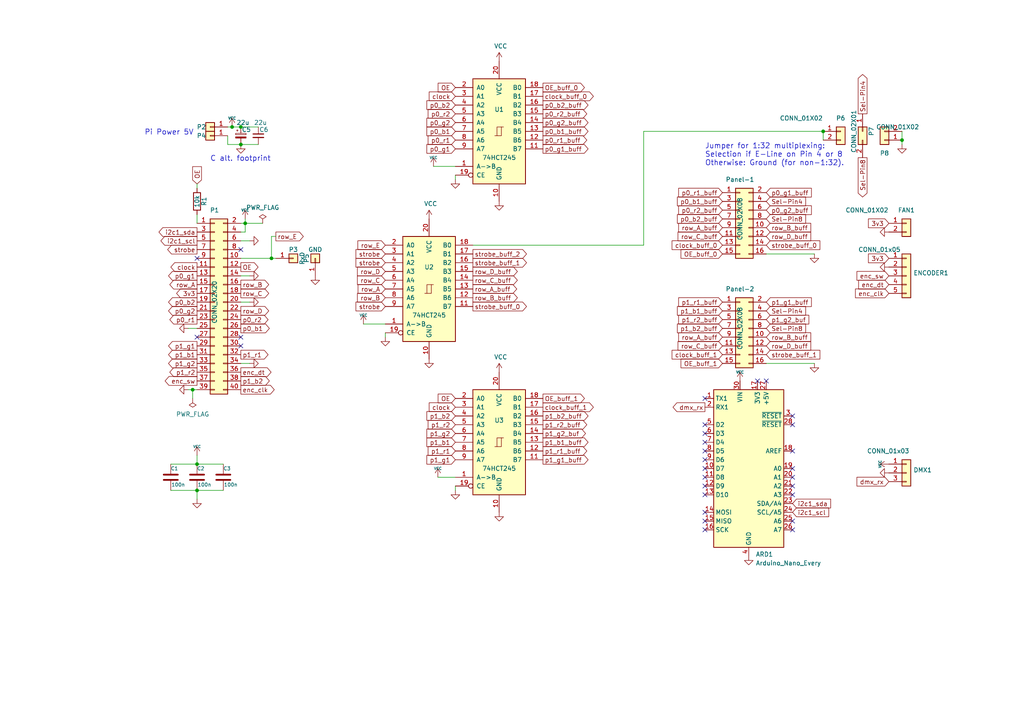
<source format=kicad_sch>
(kicad_sch (version 20211123) (generator eeschema)
  (paper "A4")
  (lib_symbols
    (symbol "74xx:74HC245" (pin_names (offset 1.016))
      (property "Reference" "U" (at -7.62 16.51 0))
      (property "Value" "74HC245" (at -7.62 -16.51 0))
      (symbol "74HC245_1_0"
        (polyline (pts (xy -0.635 -1.27) (xy -0.635 1.27) (xy 0.635 1.27)))
        (polyline (pts (xy -1.27 -1.27) (xy 0.635 -1.27) (xy 0.635 1.27) (xy 1.27 1.27)))
        (pin input line (at -12.7 -10.16 0) (length 5.08) (name "A->B") (number "1"))
        (pin power_in line (at 0 -20.32 90) (length 5.08) (name "GND") (number "10"))
        (pin tri_state line (at 12.7 -5.08 180) (length 5.08) (name "B7") (number "11"))
        (pin tri_state line (at 12.7 -2.54 180) (length 5.08) (name "B6") (number "12"))
        (pin tri_state line (at 12.7 0 180) (length 5.08) (name "B5") (number "13"))
        (pin tri_state line (at 12.7 2.54 180) (length 5.08) (name "B4") (number "14"))
        (pin tri_state line (at 12.7 5.08 180) (length 5.08) (name "B3") (number "15"))
        (pin tri_state line (at 12.7 7.62 180) (length 5.08) (name "B2") (number "16"))
        (pin tri_state line (at 12.7 10.16 180) (length 5.08) (name "B1") (number "17"))
        (pin tri_state line (at 12.7 12.7 180) (length 5.08) (name "B0") (number "18"))
        (pin input inverted (at -12.7 -12.7 0) (length 5.08) (name "CE") (number "19"))
        (pin tri_state line (at -12.7 12.7 0) (length 5.08) (name "A0") (number "2"))
        (pin power_in line (at 0 20.32 270) (length 5.08) (name "VCC") (number "20"))
        (pin tri_state line (at -12.7 10.16 0) (length 5.08) (name "A1") (number "3"))
        (pin tri_state line (at -12.7 7.62 0) (length 5.08) (name "A2") (number "4"))
        (pin tri_state line (at -12.7 5.08 0) (length 5.08) (name "A3") (number "5"))
        (pin tri_state line (at -12.7 2.54 0) (length 5.08) (name "A4") (number "6"))
        (pin tri_state line (at -12.7 0 0) (length 5.08) (name "A5") (number "7"))
        (pin tri_state line (at -12.7 -2.54 0) (length 5.08) (name "A6") (number "8"))
        (pin tri_state line (at -12.7 -5.08 0) (length 5.08) (name "A7") (number "9"))
      )
      (symbol "74HC245_1_1"
        (rectangle (start -7.62 15.24) (end 7.62 -15.24) (stroke (width 0.254)) (fill (type background)))
      )
    )
    (symbol "Connector_Generic:Conn_01x01" (pin_names (offset 1.016) hide)
      (property "Reference" "J" (at 0 2.54 0))
      (property "Value" "Conn_01x01" (at 0 -2.54 0))
      (symbol "Conn_01x01_1_1"
        (rectangle (start -1.27 0.127) (end 0 -0.127) (stroke (width 0.1524)))
        (rectangle (start -1.27 1.27) (end 1.27 -1.27) (stroke (width 0.254)) (fill (type background)))
        (pin passive line (at -5.08 0 0) (length 3.81) (name "Pin_1") (number "1"))
      )
    )
    (symbol "Connector_Generic:Conn_01x02" (pin_names (offset 1.016) hide)
      (property "Reference" "J" (at 0 2.54 0))
      (property "Value" "Conn_01x02" (at 0 -5.08 0))
      (symbol "Conn_01x02_1_1"
        (rectangle (start -1.27 -2.413) (end 0 -2.667) (stroke (width 0.1524)))
        (rectangle (start -1.27 0.127) (end 0 -0.127) (stroke (width 0.1524)))
        (rectangle (start -1.27 1.27) (end 1.27 -3.81) (stroke (width 0.254)) (fill (type background)))
        (pin passive line (at -5.08 0 0) (length 3.81) (name "Pin_1") (number "1"))
        (pin passive line (at -5.08 -2.54 0) (length 3.81) (name "Pin_2") (number "2"))
      )
    )
    (symbol "Connector_Generic:Conn_01x03" (pin_names (offset 1.016) hide)
      (property "Reference" "J" (at 0 5.08 0))
      (property "Value" "Conn_01x03" (at 0 -5.08 0))
      (symbol "Conn_01x03_1_1"
        (rectangle (start -1.27 -2.413) (end 0 -2.667) (stroke (width 0.1524)))
        (rectangle (start -1.27 0.127) (end 0 -0.127) (stroke (width 0.1524)))
        (rectangle (start -1.27 2.667) (end 0 2.413) (stroke (width 0.1524)))
        (rectangle (start -1.27 3.81) (end 1.27 -3.81) (stroke (width 0.254)) (fill (type background)))
        (pin passive line (at -5.08 2.54 0) (length 3.81) (name "Pin_1") (number "1"))
        (pin passive line (at -5.08 0 0) (length 3.81) (name "Pin_2") (number "2"))
        (pin passive line (at -5.08 -2.54 0) (length 3.81) (name "Pin_3") (number "3"))
      )
    )
    (symbol "Connector_Generic:Conn_01x05" (pin_names (offset 1.016) hide)
      (property "Reference" "J" (at 0 7.62 0))
      (property "Value" "Conn_01x05" (at 0 -7.62 0))
      (symbol "Conn_01x05_1_1"
        (rectangle (start -1.27 -4.953) (end 0 -5.207) (stroke (width 0.1524)))
        (rectangle (start -1.27 -2.413) (end 0 -2.667) (stroke (width 0.1524)))
        (rectangle (start -1.27 0.127) (end 0 -0.127) (stroke (width 0.1524)))
        (rectangle (start -1.27 2.667) (end 0 2.413) (stroke (width 0.1524)))
        (rectangle (start -1.27 5.207) (end 0 4.953) (stroke (width 0.1524)))
        (rectangle (start -1.27 6.35) (end 1.27 -6.35) (stroke (width 0.254)) (fill (type background)))
        (pin passive line (at -5.08 5.08 0) (length 3.81) (name "Pin_1") (number "1"))
        (pin passive line (at -5.08 2.54 0) (length 3.81) (name "Pin_2") (number "2"))
        (pin passive line (at -5.08 0 0) (length 3.81) (name "Pin_3") (number "3"))
        (pin passive line (at -5.08 -2.54 0) (length 3.81) (name "Pin_4") (number "4"))
        (pin passive line (at -5.08 -5.08 0) (length 3.81) (name "Pin_5") (number "5"))
      )
    )
    (symbol "Connector_Generic:Conn_02x01" (pin_names (offset 1.016) hide)
      (property "Reference" "J" (at 1.27 2.54 0))
      (property "Value" "Conn_02x01" (at 1.27 -2.54 0))
      (symbol "Conn_02x01_1_1"
        (rectangle (start -1.27 0.127) (end 0 -0.127) (stroke (width 0.1524)))
        (rectangle (start -1.27 1.27) (end 3.81 -1.27) (stroke (width 0.254)) (fill (type background)))
        (rectangle (start 3.81 0.127) (end 2.54 -0.127) (stroke (width 0.1524)))
        (pin passive line (at -5.08 0 0) (length 3.81) (name "Pin_1") (number "1"))
        (pin passive line (at 7.62 0 180) (length 3.81) (name "Pin_2") (number "2"))
      )
    )
    (symbol "Connector_Generic:Conn_02x08_Odd_Even" (pin_names (offset 1.016) hide)
      (property "Reference" "J" (at 1.27 10.16 0))
      (property "Value" "Conn_02x08_Odd_Even" (at 1.27 -12.7 0))
      (symbol "Conn_02x08_Odd_Even_1_1"
        (rectangle (start -1.27 -10.033) (end 0 -10.287) (stroke (width 0.1524)))
        (rectangle (start -1.27 -7.493) (end 0 -7.747) (stroke (width 0.1524)))
        (rectangle (start -1.27 -4.953) (end 0 -5.207) (stroke (width 0.1524)))
        (rectangle (start -1.27 -2.413) (end 0 -2.667) (stroke (width 0.1524)))
        (rectangle (start -1.27 0.127) (end 0 -0.127) (stroke (width 0.1524)))
        (rectangle (start -1.27 2.667) (end 0 2.413) (stroke (width 0.1524)))
        (rectangle (start -1.27 5.207) (end 0 4.953) (stroke (width 0.1524)))
        (rectangle (start -1.27 7.747) (end 0 7.493) (stroke (width 0.1524)))
        (rectangle (start -1.27 8.89) (end 3.81 -11.43) (stroke (width 0.254)) (fill (type background)))
        (rectangle (start 3.81 -10.033) (end 2.54 -10.287) (stroke (width 0.1524)))
        (rectangle (start 3.81 -7.493) (end 2.54 -7.747) (stroke (width 0.1524)))
        (rectangle (start 3.81 -4.953) (end 2.54 -5.207) (stroke (width 0.1524)))
        (rectangle (start 3.81 -2.413) (end 2.54 -2.667) (stroke (width 0.1524)))
        (rectangle (start 3.81 0.127) (end 2.54 -0.127) (stroke (width 0.1524)))
        (rectangle (start 3.81 2.667) (end 2.54 2.413) (stroke (width 0.1524)))
        (rectangle (start 3.81 5.207) (end 2.54 4.953) (stroke (width 0.1524)))
        (rectangle (start 3.81 7.747) (end 2.54 7.493) (stroke (width 0.1524)))
        (pin passive line (at -5.08 7.62 0) (length 3.81) (name "Pin_1") (number "1"))
        (pin passive line (at 7.62 -2.54 180) (length 3.81) (name "Pin_10") (number "10"))
        (pin passive line (at -5.08 -5.08 0) (length 3.81) (name "Pin_11") (number "11"))
        (pin passive line (at 7.62 -5.08 180) (length 3.81) (name "Pin_12") (number "12"))
        (pin passive line (at -5.08 -7.62 0) (length 3.81) (name "Pin_13") (number "13"))
        (pin passive line (at 7.62 -7.62 180) (length 3.81) (name "Pin_14") (number "14"))
        (pin passive line (at -5.08 -10.16 0) (length 3.81) (name "Pin_15") (number "15"))
        (pin passive line (at 7.62 -10.16 180) (length 3.81) (name "Pin_16") (number "16"))
        (pin passive line (at 7.62 7.62 180) (length 3.81) (name "Pin_2") (number "2"))
        (pin passive line (at -5.08 5.08 0) (length 3.81) (name "Pin_3") (number "3"))
        (pin passive line (at 7.62 5.08 180) (length 3.81) (name "Pin_4") (number "4"))
        (pin passive line (at -5.08 2.54 0) (length 3.81) (name "Pin_5") (number "5"))
        (pin passive line (at 7.62 2.54 180) (length 3.81) (name "Pin_6") (number "6"))
        (pin passive line (at -5.08 0 0) (length 3.81) (name "Pin_7") (number "7"))
        (pin passive line (at 7.62 0 180) (length 3.81) (name "Pin_8") (number "8"))
        (pin passive line (at -5.08 -2.54 0) (length 3.81) (name "Pin_9") (number "9"))
      )
    )
    (symbol "Connector_Generic:Conn_02x20_Odd_Even" (pin_names (offset 1.016) hide)
      (property "Reference" "J" (at 1.27 25.4 0))
      (property "Value" "Conn_02x20_Odd_Even" (at 1.27 -27.94 0))
      (symbol "Conn_02x20_Odd_Even_1_1"
        (rectangle (start -1.27 -25.273) (end 0 -25.527) (stroke (width 0.1524)))
        (rectangle (start -1.27 -22.733) (end 0 -22.987) (stroke (width 0.1524)))
        (rectangle (start -1.27 -20.193) (end 0 -20.447) (stroke (width 0.1524)))
        (rectangle (start -1.27 -17.653) (end 0 -17.907) (stroke (width 0.1524)))
        (rectangle (start -1.27 -15.113) (end 0 -15.367) (stroke (width 0.1524)))
        (rectangle (start -1.27 -12.573) (end 0 -12.827) (stroke (width 0.1524)))
        (rectangle (start -1.27 -10.033) (end 0 -10.287) (stroke (width 0.1524)))
        (rectangle (start -1.27 -7.493) (end 0 -7.747) (stroke (width 0.1524)))
        (rectangle (start -1.27 -4.953) (end 0 -5.207) (stroke (width 0.1524)))
        (rectangle (start -1.27 -2.413) (end 0 -2.667) (stroke (width 0.1524)))
        (rectangle (start -1.27 0.127) (end 0 -0.127) (stroke (width 0.1524)))
        (rectangle (start -1.27 2.667) (end 0 2.413) (stroke (width 0.1524)))
        (rectangle (start -1.27 5.207) (end 0 4.953) (stroke (width 0.1524)))
        (rectangle (start -1.27 7.747) (end 0 7.493) (stroke (width 0.1524)))
        (rectangle (start -1.27 10.287) (end 0 10.033) (stroke (width 0.1524)))
        (rectangle (start -1.27 12.827) (end 0 12.573) (stroke (width 0.1524)))
        (rectangle (start -1.27 15.367) (end 0 15.113) (stroke (width 0.1524)))
        (rectangle (start -1.27 17.907) (end 0 17.653) (stroke (width 0.1524)))
        (rectangle (start -1.27 20.447) (end 0 20.193) (stroke (width 0.1524)))
        (rectangle (start -1.27 22.987) (end 0 22.733) (stroke (width 0.1524)))
        (rectangle (start -1.27 24.13) (end 3.81 -26.67) (stroke (width 0.254)) (fill (type background)))
        (rectangle (start 3.81 -25.273) (end 2.54 -25.527) (stroke (width 0.1524)))
        (rectangle (start 3.81 -22.733) (end 2.54 -22.987) (stroke (width 0.1524)))
        (rectangle (start 3.81 -20.193) (end 2.54 -20.447) (stroke (width 0.1524)))
        (rectangle (start 3.81 -17.653) (end 2.54 -17.907) (stroke (width 0.1524)))
        (rectangle (start 3.81 -15.113) (end 2.54 -15.367) (stroke (width 0.1524)))
        (rectangle (start 3.81 -12.573) (end 2.54 -12.827) (stroke (width 0.1524)))
        (rectangle (start 3.81 -10.033) (end 2.54 -10.287) (stroke (width 0.1524)))
        (rectangle (start 3.81 -7.493) (end 2.54 -7.747) (stroke (width 0.1524)))
        (rectangle (start 3.81 -4.953) (end 2.54 -5.207) (stroke (width 0.1524)))
        (rectangle (start 3.81 -2.413) (end 2.54 -2.667) (stroke (width 0.1524)))
        (rectangle (start 3.81 0.127) (end 2.54 -0.127) (stroke (width 0.1524)))
        (rectangle (start 3.81 2.667) (end 2.54 2.413) (stroke (width 0.1524)))
        (rectangle (start 3.81 5.207) (end 2.54 4.953) (stroke (width 0.1524)))
        (rectangle (start 3.81 7.747) (end 2.54 7.493) (stroke (width 0.1524)))
        (rectangle (start 3.81 10.287) (end 2.54 10.033) (stroke (width 0.1524)))
        (rectangle (start 3.81 12.827) (end 2.54 12.573) (stroke (width 0.1524)))
        (rectangle (start 3.81 15.367) (end 2.54 15.113) (stroke (width 0.1524)))
        (rectangle (start 3.81 17.907) (end 2.54 17.653) (stroke (width 0.1524)))
        (rectangle (start 3.81 20.447) (end 2.54 20.193) (stroke (width 0.1524)))
        (rectangle (start 3.81 22.987) (end 2.54 22.733) (stroke (width 0.1524)))
        (pin passive line (at -5.08 22.86 0) (length 3.81) (name "Pin_1") (number "1"))
        (pin passive line (at 7.62 12.7 180) (length 3.81) (name "Pin_10") (number "10"))
        (pin passive line (at -5.08 10.16 0) (length 3.81) (name "Pin_11") (number "11"))
        (pin passive line (at 7.62 10.16 180) (length 3.81) (name "Pin_12") (number "12"))
        (pin passive line (at -5.08 7.62 0) (length 3.81) (name "Pin_13") (number "13"))
        (pin passive line (at 7.62 7.62 180) (length 3.81) (name "Pin_14") (number "14"))
        (pin passive line (at -5.08 5.08 0) (length 3.81) (name "Pin_15") (number "15"))
        (pin passive line (at 7.62 5.08 180) (length 3.81) (name "Pin_16") (number "16"))
        (pin passive line (at -5.08 2.54 0) (length 3.81) (name "Pin_17") (number "17"))
        (pin passive line (at 7.62 2.54 180) (length 3.81) (name "Pin_18") (number "18"))
        (pin passive line (at -5.08 0 0) (length 3.81) (name "Pin_19") (number "19"))
        (pin passive line (at 7.62 22.86 180) (length 3.81) (name "Pin_2") (number "2"))
        (pin passive line (at 7.62 0 180) (length 3.81) (name "Pin_20") (number "20"))
        (pin passive line (at -5.08 -2.54 0) (length 3.81) (name "Pin_21") (number "21"))
        (pin passive line (at 7.62 -2.54 180) (length 3.81) (name "Pin_22") (number "22"))
        (pin passive line (at -5.08 -5.08 0) (length 3.81) (name "Pin_23") (number "23"))
        (pin passive line (at 7.62 -5.08 180) (length 3.81) (name "Pin_24") (number "24"))
        (pin passive line (at -5.08 -7.62 0) (length 3.81) (name "Pin_25") (number "25"))
        (pin passive line (at 7.62 -7.62 180) (length 3.81) (name "Pin_26") (number "26"))
        (pin passive line (at -5.08 -10.16 0) (length 3.81) (name "Pin_27") (number "27"))
        (pin passive line (at 7.62 -10.16 180) (length 3.81) (name "Pin_28") (number "28"))
        (pin passive line (at -5.08 -12.7 0) (length 3.81) (name "Pin_29") (number "29"))
        (pin passive line (at -5.08 20.32 0) (length 3.81) (name "Pin_3") (number "3"))
        (pin passive line (at 7.62 -12.7 180) (length 3.81) (name "Pin_30") (number "30"))
        (pin passive line (at -5.08 -15.24 0) (length 3.81) (name "Pin_31") (number "31"))
        (pin passive line (at 7.62 -15.24 180) (length 3.81) (name "Pin_32") (number "32"))
        (pin passive line (at -5.08 -17.78 0) (length 3.81) (name "Pin_33") (number "33"))
        (pin passive line (at 7.62 -17.78 180) (length 3.81) (name "Pin_34") (number "34"))
        (pin passive line (at -5.08 -20.32 0) (length 3.81) (name "Pin_35") (number "35"))
        (pin passive line (at 7.62 -20.32 180) (length 3.81) (name "Pin_36") (number "36"))
        (pin passive line (at -5.08 -22.86 0) (length 3.81) (name "Pin_37") (number "37"))
        (pin passive line (at 7.62 -22.86 180) (length 3.81) (name "Pin_38") (number "38"))
        (pin passive line (at -5.08 -25.4 0) (length 3.81) (name "Pin_39") (number "39"))
        (pin passive line (at 7.62 20.32 180) (length 3.81) (name "Pin_4") (number "4"))
        (pin passive line (at 7.62 -25.4 180) (length 3.81) (name "Pin_40") (number "40"))
        (pin passive line (at -5.08 17.78 0) (length 3.81) (name "Pin_5") (number "5"))
        (pin passive line (at 7.62 17.78 180) (length 3.81) (name "Pin_6") (number "6"))
        (pin passive line (at -5.08 15.24 0) (length 3.81) (name "Pin_7") (number "7"))
        (pin passive line (at 7.62 15.24 180) (length 3.81) (name "Pin_8") (number "8"))
        (pin passive line (at -5.08 12.7 0) (length 3.81) (name "Pin_9") (number "9"))
      )
    )
    (symbol "Device:C" (pin_numbers hide) (pin_names (offset 0.254))
      (property "Reference" "C" (at 0.635 2.54 0))
      (property "Value" "C" (at 0.635 -2.54 0))
      (symbol "C_0_1"
        (polyline (pts (xy -2.032 -0.762) (xy 2.032 -0.762)) (stroke (width 0.508)))
        (polyline (pts (xy -2.032 0.762) (xy 2.032 0.762)) (stroke (width 0.508)))
      )
      (symbol "C_1_1"
        (pin passive line (at 0 3.81 270) (length 2.794) (name "~") (number "1"))
        (pin passive line (at 0 -3.81 90) (length 2.794) (name "~") (number "2"))
      )
    )
    (symbol "Device:C_Small" (pin_numbers hide) (pin_names (offset 0.254) hide)
      (property "Reference" "C" (at 0.254 1.778 0))
      (property "Value" "C_Small" (at 0.254 -2.032 0))
      (symbol "C_Small_0_1"
        (polyline (pts (xy -1.524 -0.508) (xy 1.524 -0.508)) (stroke (width 0.3302)))
        (polyline (pts (xy -1.524 0.508) (xy 1.524 0.508)) (stroke (width 0.3048)))
      )
      (symbol "C_Small_1_1"
        (pin passive line (at 0 2.54 270) (length 2.032) (name "~") (number "1"))
        (pin passive line (at 0 -2.54 90) (length 2.032) (name "~") (number "2"))
      )
    )
    (symbol "Device:R" (pin_numbers hide) (pin_names (offset 0))
      (property "Reference" "R" (at 2.032 0 90))
      (property "Value" "R" (at 0 0 90))
      (symbol "R_0_1"
        (rectangle (start -1.016 -2.54) (end 1.016 2.54) (stroke (width 0.254)))
      )
      (symbol "R_1_1"
        (pin passive line (at 0 3.81 270) (length 1.27) (name "~") (number "1"))
        (pin passive line (at 0 -3.81 90) (length 1.27) (name "~") (number "2"))
      )
    )
    (symbol "MCU_Module:Arduino_Nano_Every"
      (property "Reference" "A" (at -10.16 23.495 0))
      (property "Value" "Arduino_Nano_Every" (at 5.08 -24.13 0))
      (symbol "Arduino_Nano_Every_0_1"
        (rectangle (start -10.16 22.86) (end 10.16 -22.86) (stroke (width 0.254)) (fill (type background)))
      )
      (symbol "Arduino_Nano_Every_1_1"
        (pin bidirectional line (at -12.7 20.32 0) (length 2.54) (name "TX1") (number "1"))
        (pin bidirectional line (at -12.7 0 0) (length 2.54) (name "D7") (number "10"))
        (pin bidirectional line (at -12.7 -2.54 0) (length 2.54) (name "D8") (number "11"))
        (pin bidirectional line (at -12.7 -5.08 0) (length 2.54) (name "D9") (number "12"))
        (pin bidirectional line (at -12.7 -7.62 0) (length 2.54) (name "D10") (number "13"))
        (pin bidirectional line (at -12.7 -12.7 0) (length 2.54) (name "MOSI") (number "14"))
        (pin bidirectional line (at -12.7 -15.24 0) (length 2.54) (name "MISO") (number "15"))
        (pin bidirectional line (at -12.7 -17.78 0) (length 2.54) (name "SCK") (number "16"))
        (pin power_out line (at 2.54 25.4 270) (length 2.54) (name "3V3") (number "17"))
        (pin input line (at 12.7 5.08 180) (length 2.54) (name "AREF") (number "18"))
        (pin bidirectional line (at 12.7 0 180) (length 2.54) (name "A0") (number "19"))
        (pin bidirectional line (at -12.7 17.78 0) (length 2.54) (name "RX1") (number "2"))
        (pin bidirectional line (at 12.7 -2.54 180) (length 2.54) (name "A1") (number "20"))
        (pin bidirectional line (at 12.7 -5.08 180) (length 2.54) (name "A2") (number "21"))
        (pin bidirectional line (at 12.7 -7.62 180) (length 2.54) (name "A3") (number "22"))
        (pin bidirectional line (at 12.7 -10.16 180) (length 2.54) (name "SDA/A4") (number "23"))
        (pin bidirectional line (at 12.7 -12.7 180) (length 2.54) (name "SCL/A5") (number "24"))
        (pin bidirectional line (at 12.7 -15.24 180) (length 2.54) (name "A6") (number "25"))
        (pin bidirectional line (at 12.7 -17.78 180) (length 2.54) (name "A7") (number "26"))
        (pin power_out line (at 5.08 25.4 270) (length 2.54) (name "+5V") (number "27"))
        (pin input line (at 12.7 12.7 180) (length 2.54) (name "~{RESET}") (number "28"))
        (pin passive line (at 0 -25.4 90) (length 2.54) hide (name "GND") (number "29"))
        (pin input line (at 12.7 15.24 180) (length 2.54) (name "~{RESET}") (number "3"))
        (pin power_in line (at -2.54 25.4 270) (length 2.54) (name "VIN") (number "30"))
        (pin power_in line (at 0 -25.4 90) (length 2.54) (name "GND") (number "4"))
        (pin bidirectional line (at -12.7 12.7 0) (length 2.54) (name "D2") (number "5"))
        (pin bidirectional line (at -12.7 10.16 0) (length 2.54) (name "D3") (number "6"))
        (pin bidirectional line (at -12.7 7.62 0) (length 2.54) (name "D4") (number "7"))
        (pin bidirectional line (at -12.7 5.08 0) (length 2.54) (name "D5") (number "8"))
        (pin bidirectional line (at -12.7 2.54 0) (length 2.54) (name "D6") (number "9"))
      )
    )
    (symbol "active3-rpi-hub75-adapter-rescue:CP_Small-Device" (pin_numbers hide) (pin_names (offset 0.254) hide)
      (property "Reference" "C" (at 0.254 1.778 0))
      (property "Value" "CP_Small-Device" (at 0.254 -2.032 0))
      (symbol "CP_Small-Device_0_1"
        (rectangle (start -1.524 -0.3048) (end 1.524 -0.6858) (fill (type outline)))
        (rectangle (start -1.524 0.6858) (end 1.524 0.3048))
        (polyline (pts (xy -1.27 1.524) (xy -0.762 1.524)))
        (polyline (pts (xy -1.016 1.27) (xy -1.016 1.778)))
      )
      (symbol "CP_Small-Device_1_1"
        (pin passive line (at 0 2.54 270) (length 1.8542) (name "~") (number "1"))
        (pin passive line (at 0 -2.54 90) (length 1.8542) (name "~") (number "2"))
      )
    )
    (symbol "power:GND" (power) (pin_names (offset 0))
      (property "Value" "GND" (at 0 -3.81 0))
      (symbol "GND_0_1"
        (polyline (pts (xy 0 0) (xy 0 -1.27) (xy 1.27 -1.27) (xy 0 -2.54) (xy -1.27 -1.27) (xy 0 -1.27)))
      )
      (symbol "GND_1_1"
        (pin power_in line (at 0 0 270) (length 0) hide (name "GND") (number "1"))
      )
    )
    (symbol "power:PWR_FLAG" (power) (pin_numbers hide) (pin_names (offset 0) hide)
      (property "Value" "PWR_FLAG" (at 0 3.81 0))
      (symbol "PWR_FLAG_0_0"
        (pin power_out line (at 0 0 90) (length 0) (name "pwr") (number "1"))
      )
      (symbol "PWR_FLAG_0_1"
        (polyline (pts (xy 0 0) (xy 0 1.27) (xy -1.016 1.905) (xy 0 2.54) (xy 1.016 1.905) (xy 0 1.27)))
      )
    )
    (symbol "power:VCC" (power) (pin_names (offset 0))
      (property "Value" "VCC" (at 0 3.81 0))
      (symbol "VCC_0_1"
        (polyline (pts (xy -0.762 1.27) (xy 0 2.54)))
        (polyline (pts (xy 0 0) (xy 0 2.54)))
        (polyline (pts (xy 0 2.54) (xy 0.762 1.27)))
      )
      (symbol "VCC_1_1"
        (pin power_in line (at 0 0 90) (length 0) hide (name "VCC") (number "1"))
      )
    )
  )
  (junction (at 238.76 38.1))
  (junction (at 57.15 134.62))
  (junction (at 55.88 113.03))
  (junction (at 69.85 41.91))
  (junction (at 57.15 142.24))
  (junction (at 71.12 64.77))
  (junction (at 261.62 40.64))
  (junction (at 67.31 36.83))
  (junction (at 78.74 74.93))
  (junction (at 69.85 36.83))
  (no_connect (at 69.85 100.33))
  (no_connect (at 219.71 110.49))
  (no_connect (at 204.47 123.19))
  (no_connect (at 204.47 115.57))
  (no_connect (at 229.87 120.65))
  (no_connect (at 229.87 123.19))
  (no_connect (at 204.47 128.27))
  (no_connect (at 204.47 125.73))
  (no_connect (at 222.25 110.49))
  (no_connect (at 229.87 143.51))
  (no_connect (at 229.87 140.97))
  (no_connect (at 229.87 138.43))
  (no_connect (at 229.87 153.67))
  (no_connect (at 229.87 151.13))
  (no_connect (at 229.87 135.89))
  (no_connect (at 229.87 130.81))
  (no_connect (at 204.47 130.81))
  (no_connect (at 204.47 133.35))
  (no_connect (at 204.47 135.89))
  (no_connect (at 204.47 138.43))
  (no_connect (at 204.47 140.97))
  (no_connect (at 204.47 143.51))
  (no_connect (at 204.47 148.59))
  (no_connect (at 204.47 151.13))
  (no_connect (at 204.47 153.67))
  (no_connect (at 57.15 74.93))
  (no_connect (at 69.85 97.79))
  (no_connect (at 57.15 97.79))
  (no_connect (at 69.85 72.39))
  (wire (pts (xy 49.53 142.24) (xy 57.15 142.24)))
  (wire (pts (xy 80.01 68.58) (xy 78.74 68.58)))
  (wire (pts (xy 55.88 113.03) (xy 57.15 113.03)))
  (wire (pts (xy 69.85 69.85) (xy 72.39 69.85)))
  (wire (pts (xy 57.15 132.08) (xy 57.15 134.62)))
  (wire (pts (xy 238.76 38.1) (xy 238.76 40.64)))
  (wire (pts (xy 127 138.43) (xy 132.08 138.43)))
  (wire (pts (xy 57.15 134.62) (xy 64.77 134.62)))
  (wire (pts (xy 66.04 36.83) (xy 67.31 36.83)))
  (wire (pts (xy 78.74 74.93) (xy 80.01 74.93)))
  (wire (pts (xy 261.62 38.1) (xy 261.62 40.64)))
  (wire (pts (xy 186.69 38.1) (xy 238.76 38.1)))
  (wire (pts (xy 111.76 96.52) (xy 111.76 97.79)))
  (wire (pts (xy 69.85 105.41) (xy 72.39 105.41)))
  (wire (pts (xy 236.22 105.41) (xy 222.25 105.41)))
  (wire (pts (xy 71.12 64.77) (xy 71.12 67.31)))
  (wire (pts (xy 105.41 93.98) (xy 111.76 93.98)))
  (wire (pts (xy 71.12 67.31) (xy 69.85 67.31)))
  (wire (pts (xy 71.12 63.5) (xy 71.12 64.77)))
  (wire (pts (xy 66.04 41.91) (xy 69.85 41.91)))
  (wire (pts (xy 69.85 87.63) (xy 72.39 87.63)))
  (wire (pts (xy 132.08 48.26) (xy 125.73 48.26)))
  (wire (pts (xy 69.85 64.77) (xy 71.12 64.77)))
  (wire (pts (xy 69.85 74.93) (xy 78.74 74.93)))
  (wire (pts (xy 137.16 71.12) (xy 186.69 71.12)))
  (wire (pts (xy 132.08 50.8) (xy 132.08 52.07)))
  (wire (pts (xy 261.62 40.64) (xy 261.62 41.91)))
  (wire (pts (xy 49.53 134.62) (xy 57.15 134.62)))
  (wire (pts (xy 67.31 36.83) (xy 69.85 36.83)))
  (wire (pts (xy 236.22 73.66) (xy 222.25 73.66)))
  (wire (pts (xy 69.85 36.83) (xy 74.93 36.83)))
  (wire (pts (xy 57.15 54.61) (xy 57.15 53.34)))
  (wire (pts (xy 66.04 39.37) (xy 66.04 41.91)))
  (wire (pts (xy 78.74 68.58) (xy 78.74 74.93)))
  (wire (pts (xy 132.08 140.97) (xy 132.08 142.24)))
  (wire (pts (xy 54.61 113.03) (xy 55.88 113.03)))
  (wire (pts (xy 57.15 62.23) (xy 57.15 64.77)))
  (wire (pts (xy 57.15 142.24) (xy 64.77 142.24)))
  (wire (pts (xy 55.88 113.03) (xy 55.88 115.57)))
  (wire (pts (xy 69.85 80.01) (xy 72.39 80.01)))
  (wire (pts (xy 69.85 41.91) (xy 74.93 41.91)))
  (wire (pts (xy 57.15 142.24) (xy 57.15 144.78)))
  (wire (pts (xy 54.61 95.25) (xy 57.15 95.25)))
  (wire (pts (xy 71.12 64.77) (xy 76.2 64.77)))
  (wire (pts (xy 186.69 38.1) (xy 186.69 71.12)))
  (text "C alt. footprint" (at 60.96 46.99 0) (effects (font (size 1.524 1.524)) (justify left bottom)))
  (text "Pi Power 5V" (at 41.91 39.37 0) (effects (font (size 1.524 1.524)) (justify left bottom)))
  (text "Jumper for 1:32 multiplexing:\nSelection if E-Line on Pin 4 or 8\nOtherwise: Ground (for non-1:32)." (at 204.47 48.26 0) (effects (font (size 1.524 1.524)) (justify left bottom)))
  (global_label "p0_b2" (shape output) (at 57.15 87.63 180) (effects (font (size 1.2954 1.2954))) (property "Intersheet References" "${INTERSHEET_REFS}" (effects hide)))
  (global_label "p1_g2_buf" (shape output) (at 157.48 125.73 0) (effects (font (size 1.2954 1.2954))) (property "Intersheet References" "${INTERSHEET_REFS}" (effects hide)))
  (global_label "row_B" (shape input) (at 111.76 86.36 180) (effects (font (size 1.2954 1.2954))) (property "Intersheet References" "${INTERSHEET_REFS}" (effects hide)))
  (global_label "p0_b2" (shape input) (at 132.08 30.48 180) (effects (font (size 1.2954 1.2954))) (property "Intersheet References" "${INTERSHEET_REFS}" (effects hide)))
  (global_label "i2c1_sda" (shape output) (at 57.15 67.31 180) (effects (font (size 1.2954 1.2954))) (property "Intersheet References" "${INTERSHEET_REFS}" (effects hide)))
  (global_label "strobe_buff_1" (shape output) (at 137.16 76.2 0) (effects (font (size 1.2954 1.2954))) (property "Intersheet References" "${INTERSHEET_REFS}" (effects hide)))
  (global_label "strobe" (shape input) (at 111.76 73.66 180) (effects (font (size 1.2954 1.2954))) (property "Intersheet References" "${INTERSHEET_REFS}" (effects hide)))
  (global_label "row_D_buff" (shape input) (at 222.25 68.58 0) (effects (font (size 1.2954 1.2954))) (property "Intersheet References" "${INTERSHEET_REFS}" (effects hide)))
  (global_label "p0_b1" (shape input) (at 132.08 38.1 180) (effects (font (size 1.2954 1.2954))) (property "Intersheet References" "${INTERSHEET_REFS}" (effects hide)))
  (global_label "Sel-Pin8" (shape output) (at 250.19 45.72 270) (effects (font (size 1.2954 1.2954))) (property "Intersheet References" "${INTERSHEET_REFS}" (effects hide)))
  (global_label "row_C_buff" (shape output) (at 137.16 81.28 0) (effects (font (size 1.2954 1.2954))) (property "Intersheet References" "${INTERSHEET_REFS}" (effects hide)))
  (global_label "i2c1_scl" (shape input) (at 229.87 148.59 0) (effects (font (size 1.2954 1.2954))) (property "Intersheet References" "${INTERSHEET_REFS}" (effects hide)))
  (global_label "clock" (shape input) (at 132.08 118.11 180) (effects (font (size 1.2954 1.2954))) (property "Intersheet References" "${INTERSHEET_REFS}" (effects hide)))
  (global_label "3v3" (shape output) (at 57.15 85.09 180) (effects (font (size 1.2954 1.2954))) (property "Intersheet References" "${INTERSHEET_REFS}" (effects hide)))
  (global_label "Sel-Pin4" (shape input) (at 222.25 90.17 0) (effects (font (size 1.2954 1.2954))) (property "Intersheet References" "${INTERSHEET_REFS}" (effects hide)))
  (global_label "p1_b1_buff" (shape input) (at 209.55 90.17 180) (effects (font (size 1.2954 1.2954))) (property "Intersheet References" "${INTERSHEET_REFS}" (effects hide)))
  (global_label "row_D_buff" (shape input) (at 222.25 100.33 0) (effects (font (size 1.2954 1.2954))) (property "Intersheet References" "${INTERSHEET_REFS}" (effects hide)))
  (global_label "row_C" (shape input) (at 111.76 81.28 180) (effects (font (size 1.2954 1.2954))) (property "Intersheet References" "${INTERSHEET_REFS}" (effects hide)))
  (global_label "row_E" (shape output) (at 80.01 68.58 0) (effects (font (size 1.2954 1.2954))) (property "Intersheet References" "${INTERSHEET_REFS}" (effects hide)))
  (global_label "p0_b1" (shape output) (at 69.85 95.25 0) (effects (font (size 1.2954 1.2954))) (property "Intersheet References" "${INTERSHEET_REFS}" (effects hide)))
  (global_label "i2c1_scl" (shape output) (at 57.15 69.85 180) (effects (font (size 1.2954 1.2954))) (property "Intersheet References" "${INTERSHEET_REFS}" (effects hide)))
  (global_label "p1_b2" (shape input) (at 132.08 120.65 180) (effects (font (size 1.2954 1.2954))) (property "Intersheet References" "${INTERSHEET_REFS}" (effects hide)))
  (global_label "p1_b2_buff" (shape output) (at 157.48 120.65 0) (effects (font (size 1.2954 1.2954))) (property "Intersheet References" "${INTERSHEET_REFS}" (effects hide)))
  (global_label "3v3" (shape input) (at 257.81 74.93 180) (effects (font (size 1.2954 1.2954))) (property "Intersheet References" "${INTERSHEET_REFS}" (effects hide)))
  (global_label "Sel-Pin4" (shape output) (at 250.19 33.02 90) (effects (font (size 1.2954 1.2954))) (property "Intersheet References" "${INTERSHEET_REFS}" (effects hide)))
  (global_label "enc_clk" (shape input) (at 257.81 85.09 180) (effects (font (size 1.2954 1.2954))) (property "Intersheet References" "${INTERSHEET_REFS}" (effects hide)))
  (global_label "enc_clk" (shape output) (at 69.85 113.03 0) (effects (font (size 1.2954 1.2954))) (property "Intersheet References" "${INTERSHEET_REFS}" (effects hide)))
  (global_label "clock" (shape output) (at 57.15 77.47 180) (effects (font (size 1.2954 1.2954))) (property "Intersheet References" "${INTERSHEET_REFS}" (effects hide)))
  (global_label "enc_dt" (shape input) (at 257.81 82.55 180) (effects (font (size 1.2954 1.2954))) (property "Intersheet References" "${INTERSHEET_REFS}" (effects hide)))
  (global_label "p0_b2_buff" (shape output) (at 157.48 30.48 0) (effects (font (size 1.2954 1.2954))) (property "Intersheet References" "${INTERSHEET_REFS}" (effects hide)))
  (global_label "Sel-Pin8" (shape input) (at 222.25 63.5 0) (effects (font (size 1.2954 1.2954))) (property "Intersheet References" "${INTERSHEET_REFS}" (effects hide)))
  (global_label "p0_r2_buff" (shape input) (at 209.55 60.96 180) (effects (font (size 1.2954 1.2954))) (property "Intersheet References" "${INTERSHEET_REFS}" (effects hide)))
  (global_label "OE" (shape input) (at 132.08 115.57 180) (effects (font (size 1.2954 1.2954))) (property "Intersheet References" "${INTERSHEET_REFS}" (effects hide)))
  (global_label "OE_buff_0" (shape input) (at 209.55 73.66 180) (effects (font (size 1.2954 1.2954))) (property "Intersheet References" "${INTERSHEET_REFS}" (effects hide)))
  (global_label "row_B_buff" (shape output) (at 137.16 86.36 0) (effects (font (size 1.2954 1.2954))) (property "Intersheet References" "${INTERSHEET_REFS}" (effects hide)))
  (global_label "row_A_buff" (shape input) (at 209.55 66.04 180) (effects (font (size 1.2954 1.2954))) (property "Intersheet References" "${INTERSHEET_REFS}" (effects hide)))
  (global_label "strobe" (shape input) (at 111.76 76.2 180) (effects (font (size 1.2954 1.2954))) (property "Intersheet References" "${INTERSHEET_REFS}" (effects hide)))
  (global_label "row_C_buff" (shape input) (at 209.55 100.33 180) (effects (font (size 1.2954 1.2954))) (property "Intersheet References" "${INTERSHEET_REFS}" (effects hide)))
  (global_label "OE_buff_1" (shape output) (at 157.48 115.57 0) (effects (font (size 1.2954 1.2954))) (property "Intersheet References" "${INTERSHEET_REFS}" (effects hide)))
  (global_label "p0_g1_buff" (shape output) (at 157.48 43.18 0) (effects (font (size 1.2954 1.2954))) (property "Intersheet References" "${INTERSHEET_REFS}" (effects hide)))
  (global_label "p0_r1" (shape input) (at 132.08 40.64 180) (effects (font (size 1.2954 1.2954))) (property "Intersheet References" "${INTERSHEET_REFS}" (effects hide)))
  (global_label "p0_g1" (shape output) (at 57.15 80.01 180) (effects (font (size 1.2954 1.2954))) (property "Intersheet References" "${INTERSHEET_REFS}" (effects hide)))
  (global_label "enc_sw" (shape output) (at 57.15 110.49 180) (effects (font (size 1.2954 1.2954))) (property "Intersheet References" "${INTERSHEET_REFS}" (effects hide)))
  (global_label "p1_r2_buff" (shape input) (at 209.55 92.71 180) (effects (font (size 1.2954 1.2954))) (property "Intersheet References" "${INTERSHEET_REFS}" (effects hide)))
  (global_label "p0_r2_buff" (shape output) (at 157.48 33.02 0) (effects (font (size 1.2954 1.2954))) (property "Intersheet References" "${INTERSHEET_REFS}" (effects hide)))
  (global_label "p0_g2" (shape input) (at 132.08 35.56 180) (effects (font (size 1.2954 1.2954))) (property "Intersheet References" "${INTERSHEET_REFS}" (effects hide)))
  (global_label "p0_g2_buff" (shape input) (at 222.25 60.96 0) (effects (font (size 1.2954 1.2954))) (property "Intersheet References" "${INTERSHEET_REFS}" (effects hide)))
  (global_label "enc_sw" (shape input) (at 257.81 80.01 180) (effects (font (size 1.2954 1.2954))) (property "Intersheet References" "${INTERSHEET_REFS}" (effects hide)))
  (global_label "row_D" (shape output) (at 69.85 90.17 0) (effects (font (size 1.2954 1.2954))) (property "Intersheet References" "${INTERSHEET_REFS}" (effects hide)))
  (global_label "p1_g1_buff" (shape input) (at 222.25 87.63 0) (effects (font (size 1.2954 1.2954))) (property "Intersheet References" "${INTERSHEET_REFS}" (effects hide)))
  (global_label "p0_b1_buff" (shape input) (at 209.55 58.42 180) (effects (font (size 1.2954 1.2954))) (property "Intersheet References" "${INTERSHEET_REFS}" (effects hide)))
  (global_label "dmx_rx" (shape output) (at 204.47 118.11 180) (effects (font (size 1.2954 1.2954))) (property "Intersheet References" "${INTERSHEET_REFS}" (effects hide)))
  (global_label "p1_r2" (shape output) (at 57.15 107.95 180) (effects (font (size 1.2954 1.2954))) (property "Intersheet References" "${INTERSHEET_REFS}" (effects hide)))
  (global_label "clock" (shape input) (at 132.08 27.94 180) (effects (font (size 1.2954 1.2954))) (property "Intersheet References" "${INTERSHEET_REFS}" (effects hide)))
  (global_label "clock_buff_1" (shape input) (at 209.55 102.87 180) (effects (font (size 1.2954 1.2954))) (property "Intersheet References" "${INTERSHEET_REFS}" (effects hide)))
  (global_label "p1_r1" (shape output) (at 69.85 102.87 0) (effects (font (size 1.2954 1.2954))) (property "Intersheet References" "${INTERSHEET_REFS}" (effects hide)))
  (global_label "strobe" (shape output) (at 57.15 72.39 180) (effects (font (size 1.2954 1.2954))) (property "Intersheet References" "${INTERSHEET_REFS}" (effects hide)))
  (global_label "p0_b1_buff" (shape output) (at 157.48 38.1 0) (effects (font (size 1.2954 1.2954))) (property "Intersheet References" "${INTERSHEET_REFS}" (effects hide)))
  (global_label "row_D_buff" (shape output) (at 137.16 78.74 0) (effects (font (size 1.2954 1.2954))) (property "Intersheet References" "${INTERSHEET_REFS}" (effects hide)))
  (global_label "dmx_rx" (shape input) (at 257.81 139.7 180) (effects (font (size 1.2954 1.2954))) (property "Intersheet References" "${INTERSHEET_REFS}" (effects hide)))
  (global_label "row_A_buff" (shape output) (at 137.16 83.82 0) (effects (font (size 1.2954 1.2954))) (property "Intersheet References" "${INTERSHEET_REFS}" (effects hide)))
  (global_label "Sel-Pin4" (shape input) (at 222.25 58.42 0) (effects (font (size 1.2954 1.2954))) (property "Intersheet References" "${INTERSHEET_REFS}" (effects hide)))
  (global_label "OE_buff_1" (shape input) (at 209.55 105.41 180) (effects (font (size 1.2954 1.2954))) (property "Intersheet References" "${INTERSHEET_REFS}" (effects hide)))
  (global_label "p1_b2_buff" (shape input) (at 209.55 95.25 180) (effects (font (size 1.2954 1.2954))) (property "Intersheet References" "${INTERSHEET_REFS}" (effects hide)))
  (global_label "p0_r1_buff" (shape input) (at 209.55 55.88 180) (effects (font (size 1.2954 1.2954))) (property "Intersheet References" "${INTERSHEET_REFS}" (effects hide)))
  (global_label "OE_buff_0" (shape output) (at 157.48 25.4 0) (effects (font (size 1.2954 1.2954))) (property "Intersheet References" "${INTERSHEET_REFS}" (effects hide)))
  (global_label "p1_g1" (shape input) (at 132.08 133.35 180) (effects (font (size 1.2954 1.2954))) (property "Intersheet References" "${INTERSHEET_REFS}" (effects hide)))
  (global_label "strobe_buff_1" (shape input) (at 222.25 102.87 0) (effects (font (size 1.2954 1.2954))) (property "Intersheet References" "${INTERSHEET_REFS}" (effects hide)))
  (global_label "p1_b1" (shape output) (at 57.15 102.87 180) (effects (font (size 1.2954 1.2954))) (property "Intersheet References" "${INTERSHEET_REFS}" (effects hide)))
  (global_label "p0_r2" (shape output) (at 69.85 92.71 0) (effects (font (size 1.2954 1.2954))) (property "Intersheet References" "${INTERSHEET_REFS}" (effects hide)))
  (global_label "row_B_buff" (shape input) (at 222.25 97.79 0) (effects (font (size 1.2954 1.2954))) (property "Intersheet References" "${INTERSHEET_REFS}" (effects hide)))
  (global_label "p0_b2_buff" (shape input) (at 209.55 63.5 180) (effects (font (size 1.2954 1.2954))) (property "Intersheet References" "${INTERSHEET_REFS}" (effects hide)))
  (global_label "p0_g2_buff" (shape output) (at 157.48 35.56 0) (effects (font (size 1.2954 1.2954))) (property "Intersheet References" "${INTERSHEET_REFS}" (effects hide)))
  (global_label "Sel-Pin8" (shape input) (at 222.25 95.25 0) (effects (font (size 1.2954 1.2954))) (property "Intersheet References" "${INTERSHEET_REFS}" (effects hide)))
  (global_label "3v3" (shape input) (at 257.81 64.77 180) (effects (font (size 1.2954 1.2954))) (property "Intersheet References" "${INTERSHEET_REFS}" (effects hide)))
  (global_label "enc_dt" (shape output) (at 69.85 107.95 0) (effects (font (size 1.2954 1.2954))) (property "Intersheet References" "${INTERSHEET_REFS}" (effects hide)))
  (global_label "clock_buff_0" (shape input) (at 209.55 71.12 180) (effects (font (size 1.2954 1.2954))) (property "Intersheet References" "${INTERSHEET_REFS}" (effects hide)))
  (global_label "p1_g1" (shape output) (at 57.15 100.33 180) (effects (font (size 1.2954 1.2954))) (property "Intersheet References" "${INTERSHEET_REFS}" (effects hide)))
  (global_label "OE" (shape input) (at 57.15 53.34 90) (effects (font (size 1.2954 1.2954))) (property "Intersheet References" "${INTERSHEET_REFS}" (effects hide)))
  (global_label "row_B_buff" (shape input) (at 222.25 66.04 0) (effects (font (size 1.2954 1.2954))) (property "Intersheet References" "${INTERSHEET_REFS}" (effects hide)))
  (global_label "row_C_buff" (shape input) (at 209.55 68.58 180) (effects (font (size 1.2954 1.2954))) (property "Intersheet References" "${INTERSHEET_REFS}" (effects hide)))
  (global_label "p1_r2_buff" (shape output) (at 157.48 123.19 0) (effects (font (size 1.2954 1.2954))) (property "Intersheet References" "${INTERSHEET_REFS}" (effects hide)))
  (global_label "row_B" (shape output) (at 69.85 82.55 0) (effects (font (size 1.2954 1.2954))) (property "Intersheet References" "${INTERSHEET_REFS}" (effects hide)))
  (global_label "row_E" (shape input) (at 111.76 71.12 180) (effects (font (size 1.2954 1.2954))) (property "Intersheet References" "${INTERSHEET_REFS}" (effects hide)))
  (global_label "p0_r2" (shape input) (at 132.08 33.02 180) (effects (font (size 1.2954 1.2954))) (property "Intersheet References" "${INTERSHEET_REFS}" (effects hide)))
  (global_label "OE" (shape output) (at 69.85 77.47 0) (effects (font (size 1.2954 1.2954))) (property "Intersheet References" "${INTERSHEET_REFS}" (effects hide)))
  (global_label "p0_g1" (shape input) (at 132.08 43.18 180) (effects (font (size 1.2954 1.2954))) (property "Intersheet References" "${INTERSHEET_REFS}" (effects hide)))
  (global_label "p0_g2" (shape output) (at 57.15 90.17 180) (effects (font (size 1.2954 1.2954))) (property "Intersheet References" "${INTERSHEET_REFS}" (effects hide)))
  (global_label "strobe_buff_0" (shape input) (at 222.25 71.12 0) (effects (font (size 1.2954 1.2954))) (property "Intersheet References" "${INTERSHEET_REFS}" (effects hide)))
  (global_label "p1_r1_buff" (shape input) (at 209.55 87.63 180) (effects (font (size 1.2954 1.2954))) (property "Intersheet References" "${INTERSHEET_REFS}" (effects hide)))
  (global_label "p1_r1_buff" (shape output) (at 157.48 130.81 0) (effects (font (size 1.2954 1.2954))) (property "Intersheet References" "${INTERSHEET_REFS}" (effects hide)))
  (global_label "p1_g2" (shape input) (at 132.08 125.73 180) (effects (font (size 1.2954 1.2954))) (property "Intersheet References" "${INTERSHEET_REFS}" (effects hide)))
  (global_label "p1_g2_buf" (shape input) (at 222.25 92.71 0) (effects (font (size 1.2954 1.2954))) (property "Intersheet References" "${INTERSHEET_REFS}" (effects hide)))
  (global_label "p1_b1_buff" (shape output) (at 157.48 128.27 0) (effects (font (size 1.2954 1.2954))) (property "Intersheet References" "${INTERSHEET_REFS}" (effects hide)))
  (global_label "OE" (shape input) (at 132.08 25.4 180) (effects (font (size 1.2954 1.2954))) (property "Intersheet References" "${INTERSHEET_REFS}" (effects hide)))
  (global_label "p0_g1_buff" (shape input) (at 222.25 55.88 0) (effects (font (size 1.2954 1.2954))) (property "Intersheet References" "${INTERSHEET_REFS}" (effects hide)))
  (global_label "p0_r1" (shape output) (at 57.15 92.71 180) (effects (font (size 1.2954 1.2954))) (property "Intersheet References" "${INTERSHEET_REFS}" (effects hide)))
  (global_label "p1_r2" (shape input) (at 132.08 123.19 180) (effects (font (size 1.2954 1.2954))) (property "Intersheet References" "${INTERSHEET_REFS}" (effects hide)))
  (global_label "row_D" (shape input) (at 111.76 78.74 180) (effects (font (size 1.2954 1.2954))) (property "Intersheet References" "${INTERSHEET_REFS}" (effects hide)))
  (global_label "p1_b2" (shape output) (at 69.85 110.49 0) (effects (font (size 1.2954 1.2954))) (property "Intersheet References" "${INTERSHEET_REFS}" (effects hide)))
  (global_label "clock_buff_1" (shape output) (at 157.48 118.11 0) (effects (font (size 1.2954 1.2954))) (property "Intersheet References" "${INTERSHEET_REFS}" (effects hide)))
  (global_label "strobe_buff_2" (shape output) (at 137.16 73.66 0) (effects (font (size 1.2954 1.2954))) (property "Intersheet References" "${INTERSHEET_REFS}" (effects hide)))
  (global_label "row_C" (shape output) (at 69.85 85.09 0) (effects (font (size 1.2954 1.2954))) (property "Intersheet References" "${INTERSHEET_REFS}" (effects hide)))
  (global_label "row_A_buff" (shape input) (at 209.55 97.79 180) (effects (font (size 1.2954 1.2954))) (property "Intersheet References" "${INTERSHEET_REFS}" (effects hide)))
  (global_label "row_A" (shape input) (at 111.76 83.82 180) (effects (font (size 1.2954 1.2954))) (property "Intersheet References" "${INTERSHEET_REFS}" (effects hide)))
  (global_label "p0_r1_buff" (shape output) (at 157.48 40.64 0) (effects (font (size 1.2954 1.2954))) (property "Intersheet References" "${INTERSHEET_REFS}" (effects hide)))
  (global_label "p1_g2" (shape output) (at 57.15 105.41 180) (effects (font (size 1.2954 1.2954))) (property "Intersheet References" "${INTERSHEET_REFS}" (effects hide)))
  (global_label "strobe" (shape input) (at 111.76 88.9 180) (effects (font (size 1.2954 1.2954))) (property "Intersheet References" "${INTERSHEET_REFS}" (effects hide)))
  (global_label "row_A" (shape output) (at 57.15 82.55 180) (effects (font (size 1.2954 1.2954))) (property "Intersheet References" "${INTERSHEET_REFS}" (effects hide)))
  (global_label "clock_buff_0" (shape output) (at 157.48 27.94 0) (effects (font (size 1.2954 1.2954))) (property "Intersheet References" "${INTERSHEET_REFS}" (effects hide)))
  (global_label "i2c1_sda" (shape input) (at 229.87 146.05 0) (effects (font (size 1.2954 1.2954))) (property "Intersheet References" "${INTERSHEET_REFS}" (effects hide)))
  (global_label "p1_g1_buff" (shape output) (at 157.48 133.35 0) (effects (font (size 1.2954 1.2954))) (property "Intersheet References" "${INTERSHEET_REFS}" (effects hide)))
  (global_label "p1_r1" (shape input) (at 132.08 130.81 180) (effects (font (size 1.2954 1.2954))) (property "Intersheet References" "${INTERSHEET_REFS}" (effects hide)))
  (global_label "strobe_buff_0" (shape output) (at 137.16 88.9 0) (effects (font (size 1.2954 1.2954))) (property "Intersheet References" "${INTERSHEET_REFS}" (effects hide)))
  (global_label "p1_b1" (shape input) (at 132.08 128.27 180) (effects (font (size 1.2954 1.2954))) (property "Intersheet References" "${INTERSHEET_REFS}" (effects hide)))
  (symbol (lib_id "Connector_Generic:Conn_02x08_Odd_Even") (at 214.63 63.5 0) (unit 1)
    (property "Reference" "Panel-1" (at 214.63 52.07 0))
    (property "Value" "CONN_02X08" (at 214.63 63.5 90))
    (property "Footprint" "Connector_IDC:IDC-Header_2x08_P2.54mm_Vertical" (effects hide))
  )
  (symbol (lib_id "Connector_Generic:Conn_02x20_Odd_Even") (at 62.23 87.63 0) (unit 1)
    (property "Reference" "P1" (at 62.23 60.96 0))
    (property "Value" "CONN_02X20" (at 62.23 87.63 90))
    (property "Footprint" "Pin_Headers:Pin_Header_Straight_2x20" (effects hide))
  )
  (symbol (lib_id "power:GND") (at 72.39 80.01 90) (unit 1)
    (property "Reference" "#PWR09" (effects hide))
    (property "Value" "GND" (effects hide))
  )
  (symbol (lib_id "power:GND") (at 72.39 87.63 90) (unit 1)
    (property "Reference" "#PWR010" (effects hide))
    (property "Value" "GND" (effects hide))
  )
  (symbol (lib_id "power:GND") (at 72.39 69.85 90) (unit 1)
    (property "Reference" "#PWR08" (effects hide))
    (property "Value" "GND" (effects hide))
  )
  (symbol (lib_id "power:GND") (at 54.61 113.03 270) (unit 1)
    (property "Reference" "#PWR02" (effects hide))
    (property "Value" "GND" (effects hide))
  )
  (symbol (lib_id "power:GND") (at 72.39 105.41 90) (unit 1)
    (property "Reference" "#PWR011" (effects hide))
    (property "Value" "GND" (effects hide))
  )
  (symbol (lib_id "power:GND") (at 54.61 95.25 270) (unit 1)
    (property "Reference" "#PWR01" (effects hide))
    (property "Value" "GND" (effects hide))
  )
  (symbol (lib_id "Device:C") (at 49.53 138.43 0) (unit 1)
    (property "Reference" "C1" (at 49.53 135.89 0) (effects (font (size 1.016 1.016)) (justify left)))
    (property "Value" "100n" (at 49.6824 140.589 0) (effects (font (size 1.016 1.016)) (justify left)))
    (property "Footprint" "Capacitor_SMD:C_0805_2012Metric" (effects hide))
  )
  (symbol (lib_id "Device:C") (at 57.15 138.43 0) (unit 1)
    (property "Reference" "C2" (at 57.15 135.89 0) (effects (font (size 1.016 1.016)) (justify left)))
    (property "Value" "100n" (at 57.3024 140.589 0) (effects (font (size 1.016 1.016)) (justify left)))
    (property "Footprint" "Capacitor_SMD:C_0805_2012Metric" (effects hide))
  )
  (symbol (lib_id "Device:C") (at 64.77 138.43 0) (unit 1)
    (property "Reference" "C3" (at 64.77 135.89 0) (effects (font (size 1.016 1.016)) (justify left)))
    (property "Value" "100n" (at 64.9224 140.589 0) (effects (font (size 1.016 1.016)) (justify left)))
    (property "Footprint" "Capacitor_SMD:C_0805_2012Metric" (effects hide))
  )
  (symbol (lib_id "power:GND") (at 57.15 144.78 0) (unit 1)
    (property "Reference" "#PWR04" (effects hide))
    (property "Value" "GND" (effects hide))
  )
  (symbol (lib_id "power:GND") (at 236.22 73.66 0) (unit 1)
    (property "Reference" "#PWR021" (effects hide))
    (property "Value" "GND" (effects hide))
  )
  (symbol (lib_id "power:VCC") (at 57.15 132.08 0) (unit 1)
    (property "Reference" "#PWR03" (effects hide))
    (property "Value" "VCC" (at 57.15 129.54 0) (effects (font (size 0.762 0.762))))
  )
  (symbol (lib_id "power:VCC") (at 71.12 63.5 0) (unit 1)
    (property "Reference" "#PWR07" (effects hide))
    (property "Value" "VCC" (at 71.12 60.96 0) (effects (font (size 0.762 0.762))))
  )
  (symbol (lib_id "Connector_Generic:Conn_02x08_Odd_Even") (at 214.63 95.25 0) (unit 1)
    (property "Reference" "Panel-2" (at 214.63 83.82 0))
    (property "Value" "CONN_02X08" (at 214.63 95.25 90))
    (property "Footprint" "Connector_IDC:IDC-Header_2x08_P2.54mm_Vertical" (effects hide))
  )
  (symbol (lib_id "power:GND") (at 236.22 105.41 0) (unit 1)
    (property "Reference" "#PWR022" (effects hide))
    (property "Value" "GND" (effects hide))
  )
  (symbol (lib_id "power:GND") (at 132.08 52.07 0) (unit 1)
    (property "Reference" "#PWR017" (effects hide))
    (property "Value" "GND" (effects hide))
  )
  (symbol (lib_id "power:GND") (at 111.76 97.79 0) (unit 1)
    (property "Reference" "#PWR018" (effects hide))
    (property "Value" "GND" (effects hide))
  )
  (symbol (lib_id "power:GND") (at 132.08 142.24 0) (unit 1)
    (property "Reference" "#PWR019" (effects hide))
    (property "Value" "GND" (effects hide))
  )
  (symbol (lib_id "power:VCC") (at 125.73 48.26 0) (unit 1)
    (property "Reference" "#PWR013" (effects hide))
    (property "Value" "VCC" (at 125.73 45.72 0) (effects (font (size 0.762 0.762))))
  )
  (symbol (lib_id "power:VCC") (at 105.41 93.98 0) (unit 1)
    (property "Reference" "#PWR014" (effects hide))
    (property "Value" "VCC" (at 105.41 91.44 0) (effects (font (size 0.762 0.762))))
  )
  (symbol (lib_id "power:VCC") (at 127 138.43 0) (unit 1)
    (property "Reference" "#PWR015" (effects hide))
    (property "Value" "VCC" (at 127 135.89 0) (effects (font (size 0.762 0.762))))
  )
  (symbol (lib_id "power:PWR_FLAG") (at 76.2 64.77 0) (unit 1)
    (property "Reference" "#FLG02" (effects hide))
    (property "Value" "PWR_FLAG" (at 76.2 60.198 0))
  )
  (symbol (lib_id "power:PWR_FLAG") (at 55.88 115.57 180) (unit 1)
    (property "Reference" "#FLG01" (effects hide))
    (property "Value" "PWR_FLAG" (at 55.88 120.142 0))
  )
  (symbol (lib_id "Device:R") (at 57.15 58.42 0) (unit 1)
    (property "Reference" "R1" (at 59.182 58.42 90))
    (property "Value" "10k" (at 57.15 58.42 90))
    (property "Footprint" "Resistor_SMD:R_0805_2012Metric" (effects hide))
  )
  (symbol (lib_id "power:GND") (at 69.85 41.91 0) (unit 1)
    (property "Reference" "#PWR06" (effects hide))
    (property "Value" "GND" (effects hide))
  )
  (symbol (lib_id "power:VCC") (at 67.31 36.83 0) (unit 1)
    (property "Reference" "#PWR05" (effects hide))
    (property "Value" "VCC" (at 67.31 34.29 0) (effects (font (size 0.762 0.762))))
  )
  (symbol (lib_id "active3-rpi-hub75-adapter-rescue:CP_Small-Device") (at 69.85 39.37 0) (unit 1)
    (property "Reference" "C5" (at 70.104 37.592 0) (effects (justify left)))
    (property "Value" "22u" (at 68.58 35.56 0) (effects (justify left)))
    (property "Footprint" "Capacitor_THT:CP_Radial_D6.3mm_P2.50mm" (effects hide))
  )
  (symbol (lib_id "Connector_Generic:Conn_01x01") (at 85.09 74.93 0) (unit 1)
    (property "Reference" "P3" (at 85.09 72.39 0))
    (property "Value" "RxD" (at 87.63 74.93 90))
    (property "Footprint" "Pin_Headers:Pin_Header_Straight_1x01" (effects hide))
  )
  (symbol (lib_id "Device:C_Small") (at 74.93 39.37 0) (unit 1)
    (property "Reference" "C6" (at 75.184 37.592 0) (effects (justify left)))
    (property "Value" "22u" (at 73.66 35.56 0) (effects (justify left)))
    (property "Footprint" "Capacitor_SMD:C_1206_3216Metric" (effects hide))
  )
  (symbol (lib_id "Connector_Generic:Conn_01x01") (at 60.96 36.83 180) (unit 1)
    (property "Reference" "P2" (at 58.42 36.83 0))
    (property "Value" "+5V" (effects hide))
    (property "Footprint" "Pin_Headers:Pin_Header_Straight_1x01" (effects hide))
  )
  (symbol (lib_id "Connector_Generic:Conn_01x01") (at 60.96 39.37 180) (unit 1)
    (property "Reference" "P4" (at 58.42 39.37 0))
    (property "Value" "GND" (effects hide))
    (property "Footprint" "Pin_Headers:Pin_Header_Straight_1x01" (effects hide))
  )
  (symbol (lib_id "Connector_Generic:Conn_01x01") (at 91.44 74.93 90) (unit 1)
    (property "Reference" "P5" (at 88.9 74.93 0))
    (property "Value" "GND" (at 91.44 72.39 90))
    (property "Footprint" "Pin_Headers:Pin_Header_Straight_1x01" (effects hide))
  )
  (symbol (lib_id "power:GND") (at 91.44 80.01 0) (unit 1)
    (property "Reference" "#PWR012" (effects hide))
    (property "Value" "GND" (effects hide))
  )
  (symbol (lib_id "Connector_Generic:Conn_01x02") (at 243.84 38.1 0) (unit 1)
    (property "Reference" "P6" (at 243.84 34.29 0))
    (property "Value" "CONN_01X02" (at 232.41 34.29 0))
    (property "Footprint" "Pin_Headers:Pin_Header_Straight_1x02" (effects hide))
  )
  (symbol (lib_id "Connector_Generic:Conn_01x02") (at 256.54 40.64 180) (unit 1)
    (property "Reference" "P8" (at 256.54 44.45 0))
    (property "Value" "CONN_01X02" (at 260.35 36.83 0))
    (property "Footprint" "Pin_Headers:Pin_Header_Straight_1x02" (effects hide))
  )
  (symbol (lib_id "Connector_Generic:Conn_02x01") (at 250.19 38.1 270) (unit 1)
    (property "Reference" "P7" (at 252.73 38.1 0))
    (property "Value" "CONN_02X01" (at 247.65 38.1 0))
    (property "Footprint" "Pin_Headers:Pin_Header_Straight_1x02" (effects hide))
  )
  (symbol (lib_id "power:GND") (at 261.62 41.91 0) (unit 1)
    (property "Reference" "#PWR024" (effects hide))
    (property "Value" "GND" (effects hide))
  )
  (symbol (lib_id "74xx:74HC245") (at 144.78 38.1 0) (unit 1)
    (property "Reference" "U1" (at 144.78 31.75 0))
    (property "Value" "74HCT245" (at 144.78 45.72 0))
    (property "Footprint" "Package_SO:SOIC-20W_7.5x12.8mm_P1.27mm" (effects hide))
    (property "Datasheet" "http://www.ti.com/lit/gpn/sn74HC245" (effects hide))
  )
  (symbol (lib_id "74xx:74HC245") (at 124.46 83.82 0) (unit 1)
    (property "Reference" "U2" (at 124.46 77.47 0))
    (property "Value" "74HCT245" (at 124.46 91.44 0))
    (property "Footprint" "Package_SO:SOIC-20W_7.5x12.8mm_P1.27mm" (effects hide))
    (property "Datasheet" "http://www.ti.com/lit/gpn/sn74HC245" (effects hide))
  )
  (symbol (lib_id "74xx:74HC245") (at 144.78 128.27 0) (unit 1)
    (property "Reference" "U3" (at 144.78 121.92 0))
    (property "Value" "74HCT245" (at 144.78 135.89 0))
    (property "Footprint" "Package_SO:SOIC-20W_7.5x12.8mm_P1.27mm" (effects hide))
    (property "Datasheet" "http://www.ti.com/lit/gpn/sn74HC245" (effects hide))
  )
  (symbol (lib_id "power:GND") (at 144.78 58.42 0) (unit 1)
    (property "Reference" "#PWR0101" (effects hide))
    (property "Value" "GND" (effects hide))
  )
  (symbol (lib_id "power:GND") (at 124.46 104.14 0) (unit 1)
    (property "Reference" "#PWR0102" (effects hide))
    (property "Value" "GND" (effects hide))
  )
  (symbol (lib_id "power:VCC") (at 144.78 107.95 0) (unit 1)
    (property "Reference" "#PWR0103" (effects hide))
    (property "Value" "VCC" (at 145.2118 103.5558 0))
  )
  (symbol (lib_id "power:GND") (at 144.78 148.59 0) (unit 1)
    (property "Reference" "#PWR0104" (effects hide))
    (property "Value" "GND" (effects hide))
  )
  (symbol (lib_id "power:VCC") (at 144.78 17.78 0) (unit 1)
    (property "Reference" "#PWR0107" (effects hide))
    (property "Value" "VCC" (at 145.2118 13.3858 0))
  )
  (symbol (lib_id "power:VCC") (at 124.46 63.5 0) (unit 1)
    (property "Reference" "#PWR0108" (effects hide))
    (property "Value" "VCC" (at 124.8918 59.1058 0))
  )
  (symbol (lib_id "Connector_Generic:Conn_01x02") (at 262.89 64.77 0) (unit 1)
    (property "Reference" "FAN1" (at 262.89 60.96 0))
    (property "Value" "CONN_01X02" (at 251.46 60.96 0))
    (property "Footprint" "Connector_JST:JST_XH_B2B-XH-A_1x02_P2.50mm_Vertical" (effects hide))
  )
  (symbol (lib_id "Connector_Generic:Conn_01x05") (at 262.89 80.01 0) (unit 1)
    (property "Reference" "ENCODER1" (at 264.922 79.1753 0) (effects (justify left)))
    (property "Value" "CONN_01x05" (at 248.92 72.39 0) (effects (justify left)))
    (property "Footprint" "Connector_JST:JST_XH_B5B-XH-A_1x05_P2.50mm_Vertical" (effects hide))
  )
  (symbol (lib_id "power:GND") (at 217.17 161.29 0) (unit 1)
    (property "Reference" "#PWR0110" (effects hide))
    (property "Value" "GND" (effects hide))
  )
  (symbol (lib_id "Connector_Generic:Conn_01x03") (at 262.89 137.16 0) (unit 1)
    (property "Reference" "DMX1" (at 264.922 136.3253 0) (effects (justify left)))
    (property "Value" "CONN_01x03" (at 251.46 130.81 0) (effects (justify left)))
    (property "Footprint" "Connector_JST:JST_XH_B3B-XH-A_1x03_P2.50mm_Vertical" (effects hide))
  )
  (symbol (lib_id "power:GND") (at 257.81 67.31 270) (unit 1)
    (property "Reference" "#PWR0105" (effects hide))
    (property "Value" "GND" (effects hide))
  )
  (symbol (lib_id "power:GND") (at 257.81 137.16 270) (unit 1)
    (property "Reference" "#PWR0112" (effects hide))
    (property "Value" "GND" (effects hide))
  )
  (symbol (lib_id "power:VCC") (at 214.63 110.49 0) (unit 1)
    (property "Reference" "#PWR0109" (effects hide))
    (property "Value" "VCC" (at 214.63 107.95 0) (effects (font (size 0.762 0.762))))
  )
  (symbol (lib_id "power:VCC") (at 257.81 134.62 90) (unit 1)
    (property "Reference" "#PWR0111" (effects hide))
    (property "Value" "VCC" (at 255.27 134.62 0) (effects (font (size 0.762 0.762))))
  )
  (symbol (lib_id "power:GND") (at 257.81 77.47 270) (unit 1)
    (property "Reference" "#PWR0106" (effects hide))
    (property "Value" "GND" (effects hide))
  )
  (symbol (lib_id "MCU_Module:Arduino_Nano_Every") (at 217.17 135.89 0) (unit 1)
    (property "Reference" "ARD1" (at 219.1894 160.7804 0) (effects (justify left)))
    (property "Value" "Arduino_Nano_Every" (at 219.1894 163.3173 0) (effects (justify left)))
    (property "Footprint" "Module:Arduino_Nano" (effects hide))
    (property "Datasheet" "https://content.arduino.cc/assets/NANOEveryV3.0_sch.pdf" (effects hide))
  )
)
</source>
